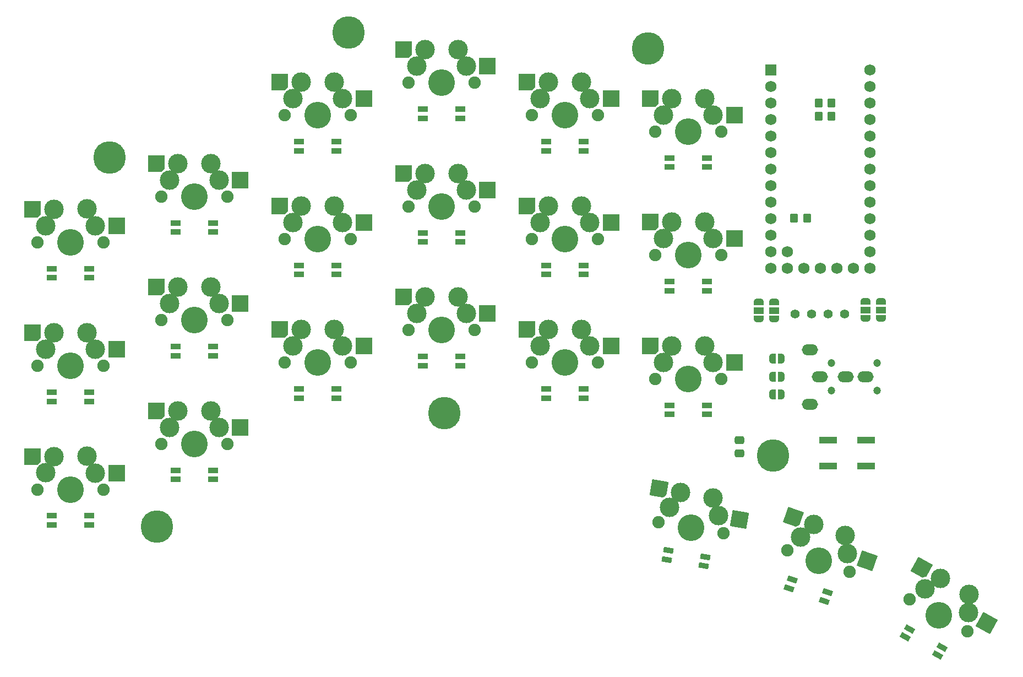
<source format=gts>
G04 #@! TF.GenerationSoftware,KiCad,Pcbnew,8.0.1*
G04 #@! TF.CreationDate,2024-06-04T22:11:00+02:00*
G04 #@! TF.ProjectId,cornia,636f726e-6961-42e6-9b69-6361645f7063,rev?*
G04 #@! TF.SameCoordinates,Original*
G04 #@! TF.FileFunction,Soldermask,Top*
G04 #@! TF.FilePolarity,Negative*
%FSLAX46Y46*%
G04 Gerber Fmt 4.6, Leading zero omitted, Abs format (unit mm)*
G04 Created by KiCad (PCBNEW 8.0.1) date 2024-06-04 22:11:00*
%MOMM*%
%LPD*%
G01*
G04 APERTURE LIST*
G04 Aperture macros list*
%AMRoundRect*
0 Rectangle with rounded corners*
0 $1 Rounding radius*
0 $2 $3 $4 $5 $6 $7 $8 $9 X,Y pos of 4 corners*
0 Add a 4 corners polygon primitive as box body*
4,1,4,$2,$3,$4,$5,$6,$7,$8,$9,$2,$3,0*
0 Add four circle primitives for the rounded corners*
1,1,$1+$1,$2,$3*
1,1,$1+$1,$4,$5*
1,1,$1+$1,$6,$7*
1,1,$1+$1,$8,$9*
0 Add four rect primitives between the rounded corners*
20,1,$1+$1,$2,$3,$4,$5,0*
20,1,$1+$1,$4,$5,$6,$7,0*
20,1,$1+$1,$6,$7,$8,$9,0*
20,1,$1+$1,$8,$9,$2,$3,0*%
%AMRotRect*
0 Rectangle, with rotation*
0 The origin of the aperture is its center*
0 $1 length*
0 $2 width*
0 $3 Rotation angle, in degrees counterclockwise*
0 Add horizontal line*
21,1,$1,$2,0,0,$3*%
%AMOutline5P*
0 Free polygon, 5 corners , with rotation*
0 The origin of the aperture is its center*
0 number of corners: always 5*
0 $1 to $10 corner X, Y*
0 $11 Rotation angle, in degrees counterclockwise*
0 create outline with 5 corners*
4,1,5,$1,$2,$3,$4,$5,$6,$7,$8,$9,$10,$1,$2,$11*%
%AMOutline6P*
0 Free polygon, 6 corners , with rotation*
0 The origin of the aperture is its center*
0 number of corners: always 6*
0 $1 to $12 corner X, Y*
0 $13 Rotation angle, in degrees counterclockwise*
0 create outline with 6 corners*
4,1,6,$1,$2,$3,$4,$5,$6,$7,$8,$9,$10,$11,$12,$1,$2,$13*%
%AMOutline7P*
0 Free polygon, 7 corners , with rotation*
0 The origin of the aperture is its center*
0 number of corners: always 7*
0 $1 to $14 corner X, Y*
0 $15 Rotation angle, in degrees counterclockwise*
0 create outline with 7 corners*
4,1,7,$1,$2,$3,$4,$5,$6,$7,$8,$9,$10,$11,$12,$13,$14,$1,$2,$15*%
%AMOutline8P*
0 Free polygon, 8 corners , with rotation*
0 The origin of the aperture is its center*
0 number of corners: always 8*
0 $1 to $16 corner X, Y*
0 $17 Rotation angle, in degrees counterclockwise*
0 create outline with 8 corners*
4,1,8,$1,$2,$3,$4,$5,$6,$7,$8,$9,$10,$11,$12,$13,$14,$15,$16,$1,$2,$17*%
%AMFreePoly0*
4,1,19,0.550000,-0.750000,0.000000,-0.750000,0.000000,-0.744911,-0.071157,-0.744911,-0.207708,-0.704816,-0.327430,-0.627875,-0.420627,-0.520320,-0.479746,-0.390866,-0.500000,-0.250000,-0.500000,0.250000,-0.479746,0.390866,-0.420627,0.520320,-0.327430,0.627875,-0.207708,0.704816,-0.071157,0.744911,0.000000,0.744911,0.000000,0.750000,0.550000,0.750000,0.550000,-0.750000,0.550000,-0.750000,
$1*%
%AMFreePoly1*
4,1,19,0.000000,0.744911,0.071157,0.744911,0.207708,0.704816,0.327430,0.627875,0.420627,0.520320,0.479746,0.390866,0.500000,0.250000,0.500000,-0.250000,0.479746,-0.390866,0.420627,-0.520320,0.327430,-0.627875,0.207708,-0.704816,0.071157,-0.744911,0.000000,-0.744911,0.000000,-0.750000,-0.550000,-0.750000,-0.550000,0.750000,0.000000,0.750000,0.000000,0.744911,0.000000,0.744911,
$1*%
%AMFreePoly2*
4,1,19,0.500000,-0.750000,0.000000,-0.750000,0.000000,-0.744911,-0.071157,-0.744911,-0.207708,-0.704816,-0.327430,-0.627875,-0.420627,-0.520320,-0.479746,-0.390866,-0.500000,-0.250000,-0.500000,0.250000,-0.479746,0.390866,-0.420627,0.520320,-0.327430,0.627875,-0.207708,0.704816,-0.071157,0.744911,0.000000,0.744911,0.000000,0.750000,0.500000,0.750000,0.500000,-0.750000,0.500000,-0.750000,
$1*%
%AMFreePoly3*
4,1,19,0.000000,0.744911,0.071157,0.744911,0.207708,0.704816,0.327430,0.627875,0.420627,0.520320,0.479746,0.390866,0.500000,0.250000,0.500000,-0.250000,0.479746,-0.390866,0.420627,-0.520320,0.327430,-0.627875,0.207708,-0.704816,0.071157,-0.744911,0.000000,-0.744911,0.000000,-0.750000,-0.500000,-0.750000,-0.500000,0.750000,0.000000,0.750000,0.000000,0.744911,0.000000,0.744911,
$1*%
G04 Aperture macros list end*
%ADD10C,1.900000*%
%ADD11C,3.000000*%
%ADD12C,4.100000*%
%ADD13R,2.550000X2.500000*%
%ADD14Outline5P,-1.275000X0.800000X-0.825000X1.250000X1.275000X1.250000X1.275000X-1.250000X-1.275000X-1.250000X180.000000*%
%ADD15RoundRect,0.250000X-0.475000X0.337500X-0.475000X-0.337500X0.475000X-0.337500X0.475000X0.337500X0*%
%ADD16R,1.540000X0.825000*%
%ADD17R,1.540000X0.822500*%
%ADD18R,2.800000X1.000000*%
%ADD19RotRect,1.540000X0.825000X150.970000*%
%ADD20RotRect,1.540000X0.822500X150.970000*%
%ADD21RotRect,2.550000X2.500000X150.970000*%
%ADD22Outline5P,-1.275000X0.800000X-0.825000X1.250000X1.275000X1.250000X1.275000X-1.250000X-1.275000X-1.250000X150.970000*%
%ADD23C,5.000000*%
%ADD24FreePoly0,90.000000*%
%ADD25R,1.500000X1.000000*%
%ADD26FreePoly1,90.000000*%
%ADD27FreePoly2,0.000000*%
%ADD28FreePoly3,0.000000*%
%ADD29RotRect,1.540000X0.825000X170.170000*%
%ADD30RotRect,1.540000X0.822500X170.170000*%
%ADD31RotRect,2.550000X2.500000X160.570000*%
%ADD32Outline5P,-1.275000X0.800000X-0.825000X1.250000X1.275000X1.250000X1.275000X-1.250000X-1.275000X-1.250000X160.570000*%
%ADD33C,1.400000*%
%ADD34C,1.200000*%
%ADD35O,2.500000X1.700000*%
%ADD36RotRect,1.540000X0.825000X160.570000*%
%ADD37RotRect,1.540000X0.822500X160.570000*%
%ADD38RoundRect,0.250000X0.350000X0.450000X-0.350000X0.450000X-0.350000X-0.450000X0.350000X-0.450000X0*%
%ADD39RotRect,2.550000X2.500000X170.171000*%
%ADD40Outline5P,-1.275000X0.800000X-0.825000X1.250000X1.275000X1.250000X1.275000X-1.250000X-1.275000X-1.250000X170.171000*%
%ADD41R,1.752600X1.752600*%
%ADD42C,1.752600*%
%ADD43RoundRect,0.250000X-0.350000X-0.450000X0.350000X-0.450000X0.350000X0.450000X-0.350000X0.450000X0*%
G04 APERTURE END LIST*
D10*
X25088600Y-92688750D03*
D11*
X26368600Y-90138750D03*
X27628600Y-87608750D03*
D12*
X30168600Y-92688750D03*
D11*
X32710912Y-87588750D03*
X33978600Y-90148750D03*
D10*
X35248600Y-92688750D03*
D13*
X37253600Y-90148750D03*
D14*
X24326600Y-87608750D03*
D10*
X120088600Y-75688750D03*
D11*
X121368600Y-73138750D03*
X122628600Y-70608750D03*
D12*
X125168600Y-75688750D03*
D11*
X127710912Y-70588750D03*
X128978600Y-73148750D03*
D10*
X130248600Y-75688750D03*
D13*
X132253600Y-73148750D03*
D14*
X119326600Y-70608750D03*
D15*
X132973660Y-85067028D03*
X132973660Y-87142028D03*
D16*
X27288600Y-79138750D03*
X27288600Y-77738750D03*
X33048600Y-77738750D03*
D17*
X33048600Y-79140000D03*
D10*
X25088600Y-73688750D03*
D11*
X26368600Y-71138750D03*
X27628600Y-68608750D03*
D12*
X30168600Y-73688750D03*
D11*
X32710912Y-68588750D03*
X33978600Y-71148750D03*
D10*
X35248600Y-73688750D03*
D13*
X37253600Y-71148750D03*
D14*
X24326600Y-68608750D03*
D18*
X152468600Y-89088750D03*
X146668600Y-89088750D03*
X152468600Y-85088750D03*
X146668600Y-85088750D03*
D19*
X158475718Y-115366473D03*
X159155093Y-114142361D03*
X164191440Y-116937501D03*
D20*
X163511458Y-118162706D03*
D16*
X46288600Y-53138750D03*
X46288600Y-51738750D03*
X52048600Y-51738750D03*
D17*
X52048600Y-53140000D03*
D10*
X159196822Y-109533591D03*
D11*
X161553442Y-107925101D03*
X163882870Y-106324393D03*
D12*
X163638600Y-111998750D03*
D11*
X168336375Y-108773186D03*
X168202513Y-111626730D03*
D10*
X168080378Y-114463909D03*
D21*
X171066061Y-113215981D03*
D22*
X160995714Y-104722039D03*
D23*
X87668600Y-80938750D03*
D16*
X103288600Y-78638750D03*
X103288600Y-77238750D03*
X109048600Y-77238750D03*
D17*
X109048600Y-78640000D03*
D24*
X138368600Y-66488750D03*
D25*
X138368600Y-65188750D03*
D26*
X138368600Y-63888750D03*
D27*
X138118600Y-78088750D03*
D28*
X139418600Y-78088750D03*
D23*
X72918600Y-22438750D03*
D24*
X154768600Y-66388750D03*
D25*
X154768600Y-65088750D03*
D26*
X154768600Y-63788750D03*
D16*
X84288600Y-73638750D03*
X84288600Y-72238750D03*
X90048600Y-72238750D03*
D17*
X90048600Y-73640000D03*
D16*
X122288600Y-43138750D03*
X122288600Y-41738750D03*
X128048600Y-41738750D03*
D17*
X128048600Y-43140000D03*
D23*
X138168600Y-87438750D03*
D29*
X121810429Y-103457048D03*
X122049444Y-102077602D03*
X127724879Y-103060980D03*
D30*
X127485650Y-104441658D03*
D10*
X82088600Y-30188750D03*
D11*
X83368600Y-27638750D03*
X84628600Y-25108750D03*
D12*
X87168600Y-30188750D03*
D11*
X89710912Y-25088750D03*
X90978600Y-27648750D03*
D10*
X92248600Y-30188750D03*
D13*
X94253600Y-27648750D03*
D14*
X81326600Y-25108750D03*
D16*
X65288600Y-59638750D03*
X65288600Y-58238750D03*
X71048600Y-58238750D03*
D17*
X71048600Y-59640000D03*
D10*
X140377913Y-101998863D03*
D11*
X142433285Y-100019887D03*
X144463144Y-98053119D03*
D12*
X145168600Y-103688750D03*
D11*
X149262664Y-99724915D03*
X149606559Y-102560822D03*
D10*
X149959287Y-105378637D03*
D31*
X152695043Y-103650267D03*
D32*
X141349197Y-96954693D03*
D10*
X63088600Y-35188750D03*
D11*
X64368600Y-32638750D03*
X65628600Y-30108750D03*
D12*
X68168600Y-35188750D03*
D11*
X70710912Y-30088750D03*
X71978600Y-32648750D03*
D10*
X73248600Y-35188750D03*
D13*
X75253600Y-32648750D03*
D14*
X62326600Y-30108750D03*
D10*
X82088600Y-68188750D03*
D11*
X83368600Y-65638750D03*
X84628600Y-63108750D03*
D12*
X87168600Y-68188750D03*
D11*
X89710912Y-63088750D03*
X90978600Y-65648750D03*
D10*
X92248600Y-68188750D03*
D13*
X94253600Y-65648750D03*
D14*
X81326600Y-63108750D03*
D33*
X141588600Y-65708750D03*
X144128600Y-65708750D03*
X146668600Y-65708750D03*
X149208600Y-65708750D03*
D23*
X36168600Y-41688750D03*
D10*
X44088600Y-85688750D03*
D11*
X45368600Y-83138750D03*
X46628600Y-80608750D03*
D12*
X49168600Y-85688750D03*
D11*
X51710912Y-80588750D03*
X52978600Y-83148750D03*
D10*
X54248600Y-85688750D03*
D13*
X56253600Y-83148750D03*
D14*
X43326600Y-80608750D03*
D34*
X154168600Y-73288750D03*
X147168600Y-73288750D03*
X154168600Y-77488750D03*
X147168600Y-77488750D03*
D35*
X145368600Y-75388750D03*
X149368600Y-75388750D03*
X152368600Y-75388750D03*
X143868600Y-71188750D03*
X143868600Y-79588750D03*
D27*
X138118600Y-75338750D03*
D28*
X139418600Y-75338750D03*
D16*
X84288600Y-54638750D03*
X84288600Y-53238750D03*
X90048600Y-53238750D03*
D17*
X90048600Y-54640000D03*
D10*
X120088600Y-37688750D03*
D11*
X121368600Y-35138750D03*
X122628600Y-32608750D03*
D12*
X125168600Y-37688750D03*
D11*
X127710912Y-32588750D03*
X128978600Y-35148750D03*
D10*
X130248600Y-37688750D03*
D13*
X132253600Y-35148750D03*
D14*
X119326600Y-32608750D03*
D16*
X122288600Y-81138750D03*
X122288600Y-79738750D03*
X128048600Y-79738750D03*
D17*
X128048600Y-81140000D03*
D36*
X140639651Y-107870319D03*
X141105367Y-106550051D03*
X146537327Y-108466143D03*
D37*
X146071195Y-109787590D03*
D16*
X65288600Y-78638750D03*
X65288600Y-77238750D03*
X71048600Y-77238750D03*
D17*
X71048600Y-78640000D03*
D38*
X147168600Y-33288750D03*
X145168600Y-33288750D03*
D10*
X63088600Y-54188750D03*
D11*
X64368600Y-51638750D03*
X65628600Y-49108750D03*
D12*
X68168600Y-54188750D03*
D11*
X70710912Y-49088750D03*
X71978600Y-51648750D03*
D10*
X73248600Y-54188750D03*
D13*
X75253600Y-51648750D03*
D14*
X62326600Y-49108750D03*
D10*
X101088600Y-73188750D03*
D11*
X102368600Y-70638750D03*
X103628600Y-68108750D03*
D12*
X106168600Y-73188750D03*
D11*
X108710912Y-68088750D03*
X109978600Y-70648750D03*
D10*
X111248600Y-73188750D03*
D13*
X113253600Y-70648750D03*
D14*
X100326600Y-68108750D03*
D16*
X65288600Y-40638750D03*
X65288600Y-39238750D03*
X71048600Y-39238750D03*
D17*
X71048600Y-40640000D03*
D10*
X101088600Y-35188750D03*
D11*
X102368600Y-32638750D03*
X103628600Y-30108750D03*
D12*
X106168600Y-35188750D03*
D11*
X108710912Y-30088750D03*
X109978600Y-32648750D03*
D10*
X111248600Y-35188750D03*
D13*
X113253600Y-32648750D03*
D14*
X100326600Y-30108750D03*
D10*
X120573166Y-97711552D03*
D11*
X122269684Y-95417489D03*
X123943081Y-93139717D03*
D12*
X125578600Y-98578750D03*
D11*
X128954207Y-93987603D03*
X129766274Y-96726431D03*
D10*
X130584034Y-99445948D03*
D39*
X132993203Y-97285501D03*
D40*
X120689549Y-92576039D03*
D10*
X120088600Y-56688750D03*
D11*
X121368600Y-54138750D03*
X122628600Y-51608750D03*
D12*
X125168600Y-56688750D03*
D11*
X127710912Y-51588750D03*
X128978600Y-54148750D03*
D10*
X130248600Y-56688750D03*
D13*
X132253600Y-54148750D03*
D14*
X119326600Y-51608750D03*
D10*
X25088600Y-54688750D03*
D11*
X26368600Y-52138750D03*
X27628600Y-49608750D03*
D12*
X30168600Y-54688750D03*
D11*
X32710912Y-49588750D03*
X33978600Y-52148750D03*
D10*
X35248600Y-54688750D03*
D13*
X37253600Y-52148750D03*
D14*
X24326600Y-49608750D03*
D27*
X138118600Y-72588750D03*
D28*
X139418600Y-72588750D03*
D16*
X103288600Y-59638750D03*
X103288600Y-58238750D03*
X109048600Y-58238750D03*
D17*
X109048600Y-59640000D03*
D23*
X43418600Y-98438750D03*
D10*
X44088600Y-66688750D03*
D11*
X45368600Y-64138750D03*
X46628600Y-61608750D03*
D12*
X49168600Y-66688750D03*
D11*
X51710912Y-61588750D03*
X52978600Y-64148750D03*
D10*
X54248600Y-66688750D03*
D13*
X56253600Y-64148750D03*
D14*
X43326600Y-61608750D03*
D16*
X103288600Y-40638750D03*
X103288600Y-39238750D03*
X109048600Y-39238750D03*
D17*
X109048600Y-40640000D03*
D16*
X122288600Y-62138750D03*
X122288600Y-60738750D03*
X128048600Y-60738750D03*
D17*
X128048600Y-62140000D03*
D24*
X135968600Y-66488750D03*
D25*
X135968600Y-65188750D03*
D26*
X135968600Y-63888750D03*
D10*
X44088600Y-47688750D03*
D11*
X45368600Y-45138750D03*
X46628600Y-42608750D03*
D12*
X49168600Y-47688750D03*
D11*
X51710912Y-42588750D03*
X52978600Y-45148750D03*
D10*
X54248600Y-47688750D03*
D13*
X56253600Y-45148750D03*
D14*
X43326600Y-42608750D03*
D16*
X27288600Y-98138750D03*
X27288600Y-96738750D03*
X33048600Y-96738750D03*
D17*
X33048600Y-98140000D03*
D16*
X46288600Y-91138750D03*
X46288600Y-89738750D03*
X52048600Y-89738750D03*
D17*
X52048600Y-91140000D03*
D16*
X46288600Y-72138750D03*
X46288600Y-70738750D03*
X52048600Y-70738750D03*
D17*
X52048600Y-72140000D03*
D23*
X118918600Y-24938750D03*
D10*
X63088600Y-73188750D03*
D11*
X64368600Y-70638750D03*
X65628600Y-68108750D03*
D12*
X68168600Y-73188750D03*
D11*
X70710912Y-68088750D03*
X71978600Y-70648750D03*
D10*
X73248600Y-73188750D03*
D13*
X75253600Y-70648750D03*
D14*
X62326600Y-68108750D03*
D38*
X147168600Y-35288750D03*
X145168600Y-35288750D03*
D16*
X27288600Y-60138750D03*
X27288600Y-58738750D03*
X33048600Y-58738750D03*
D17*
X33048600Y-60140000D03*
D41*
X137798600Y-28198650D03*
D42*
X137798600Y-30738750D03*
X137798600Y-33278750D03*
X137798600Y-35818750D03*
X137798600Y-38358750D03*
X137798600Y-40898750D03*
X137798600Y-43438750D03*
X137798600Y-45978750D03*
X137798600Y-48518750D03*
X137798600Y-51058750D03*
X137798600Y-53598750D03*
X137798600Y-56138750D03*
X137798200Y-58678750D03*
X140338600Y-58678750D03*
X142878600Y-58678750D03*
X145418600Y-58678750D03*
X147958600Y-58678750D03*
X150498600Y-58678750D03*
X153038600Y-58678750D03*
X153038600Y-56138750D03*
X153038600Y-53598750D03*
X153038600Y-51058750D03*
X153038600Y-48518750D03*
X153038600Y-45978750D03*
X153038600Y-43438750D03*
X153038600Y-40898750D03*
X153038600Y-38358750D03*
X153038600Y-35818750D03*
X153038600Y-33278750D03*
X153038600Y-30738750D03*
X153038600Y-28198650D03*
X140338600Y-56138750D03*
D10*
X101088600Y-54188750D03*
D11*
X102368600Y-51638750D03*
X103628600Y-49108750D03*
D12*
X106168600Y-54188750D03*
D11*
X108710912Y-49088750D03*
X109978600Y-51648750D03*
D10*
X111248600Y-54188750D03*
D13*
X113253600Y-51648750D03*
D14*
X100326600Y-49108750D03*
D16*
X84288600Y-35638750D03*
X84288600Y-34238750D03*
X90048600Y-34238750D03*
D17*
X90048600Y-35640000D03*
D43*
X141400000Y-51000000D03*
X143400000Y-51000000D03*
D10*
X82088600Y-49188750D03*
D11*
X83368600Y-46638750D03*
X84628600Y-44108750D03*
D12*
X87168600Y-49188750D03*
D11*
X89710912Y-44088750D03*
X90978600Y-46648750D03*
D10*
X92248600Y-49188750D03*
D13*
X94253600Y-46648750D03*
D14*
X81326600Y-44108750D03*
D24*
X152368600Y-66388750D03*
D25*
X152368600Y-65088750D03*
D26*
X152368600Y-63788750D03*
M02*

</source>
